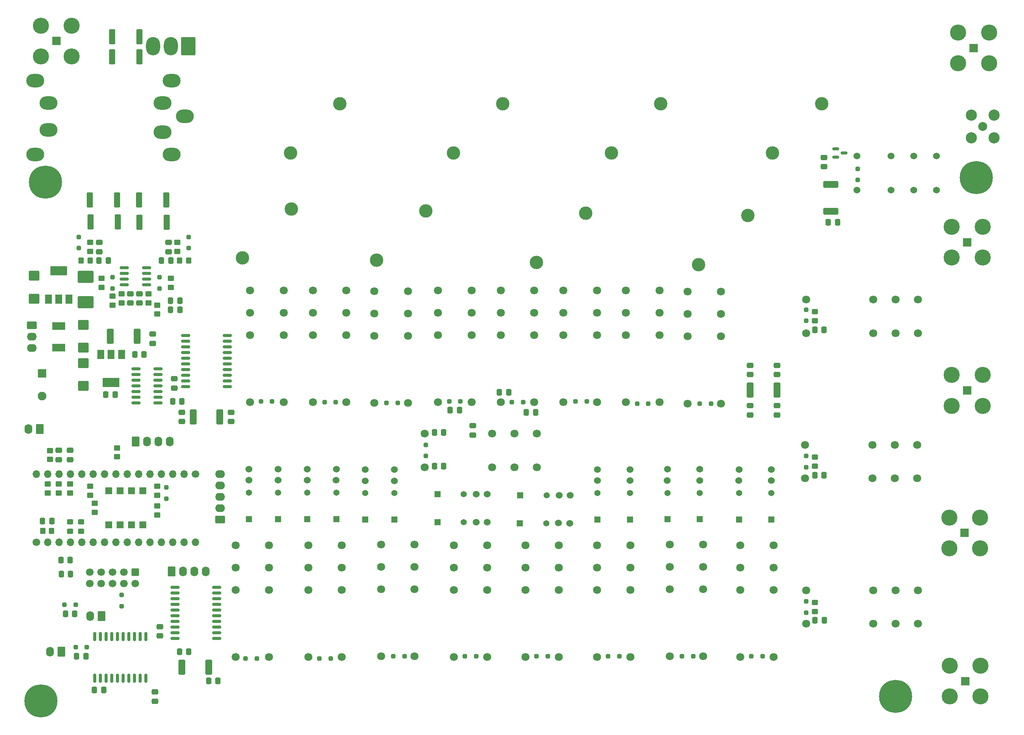
<source format=gbs>
G04 #@! TF.GenerationSoftware,KiCad,Pcbnew,7.0.1*
G04 #@! TF.CreationDate,2023-05-11T10:42:36+02:00*
G04 #@! TF.ProjectId,K_Aries,4b5f4172-6965-4732-9e6b-696361645f70,rev?*
G04 #@! TF.SameCoordinates,Original*
G04 #@! TF.FileFunction,Soldermask,Bot*
G04 #@! TF.FilePolarity,Negative*
%FSLAX46Y46*%
G04 Gerber Fmt 4.6, Leading zero omitted, Abs format (unit mm)*
G04 Created by KiCad (PCBNEW 7.0.1) date 2023-05-11 10:42:36*
%MOMM*%
%LPD*%
G01*
G04 APERTURE LIST*
G04 Aperture macros list*
%AMRoundRect*
0 Rectangle with rounded corners*
0 $1 Rounding radius*
0 $2 $3 $4 $5 $6 $7 $8 $9 X,Y pos of 4 corners*
0 Add a 4 corners polygon primitive as box body*
4,1,4,$2,$3,$4,$5,$6,$7,$8,$9,$2,$3,0*
0 Add four circle primitives for the rounded corners*
1,1,$1+$1,$2,$3*
1,1,$1+$1,$4,$5*
1,1,$1+$1,$6,$7*
1,1,$1+$1,$8,$9*
0 Add four rect primitives between the rounded corners*
20,1,$1+$1,$2,$3,$4,$5,0*
20,1,$1+$1,$4,$5,$6,$7,0*
20,1,$1+$1,$6,$7,$8,$9,0*
20,1,$1+$1,$8,$9,$2,$3,0*%
G04 Aperture macros list end*
%ADD10C,1.803400*%
%ADD11O,4.000000X3.000000*%
%ADD12R,1.371600X1.371600*%
%ADD13C,1.371600*%
%ADD14C,1.524000*%
%ADD15C,1.998980*%
%ADD16C,2.499360*%
%ADD17C,3.000000*%
%ADD18RoundRect,0.250000X0.620000X0.845000X-0.620000X0.845000X-0.620000X-0.845000X0.620000X-0.845000X0*%
%ADD19O,1.740000X2.190000*%
%ADD20R,1.950000X1.950000*%
%ADD21C,3.600000*%
%ADD22C,1.950000*%
%ADD23C,7.400000*%
%ADD24RoundRect,0.250000X1.330000X1.800000X-1.330000X1.800000X-1.330000X-1.800000X1.330000X-1.800000X0*%
%ADD25O,3.160000X4.100000*%
%ADD26RoundRect,0.250000X-0.845000X0.620000X-0.845000X-0.620000X0.845000X-0.620000X0.845000X0.620000X0*%
%ADD27O,2.190000X1.740000*%
%ADD28C,1.700000*%
%ADD29O,1.700000X1.700000*%
%ADD30RoundRect,0.250000X-0.620000X-0.845000X0.620000X-0.845000X0.620000X0.845000X-0.620000X0.845000X0*%
%ADD31RoundRect,0.250000X0.845000X-0.620000X0.845000X0.620000X-0.845000X0.620000X-0.845000X-0.620000X0*%
%ADD32RoundRect,0.250000X-0.600000X0.600000X-0.600000X-0.600000X0.600000X-0.600000X0.600000X0.600000X0*%
%ADD33RoundRect,0.250000X0.450000X-0.350000X0.450000X0.350000X-0.450000X0.350000X-0.450000X-0.350000X0*%
%ADD34RoundRect,0.250000X-0.250000X0.250000X-0.250000X-0.250000X0.250000X-0.250000X0.250000X0.250000X0*%
%ADD35RoundRect,0.250000X0.337500X0.475000X-0.337500X0.475000X-0.337500X-0.475000X0.337500X-0.475000X0*%
%ADD36RoundRect,0.249999X0.450001X1.425001X-0.450001X1.425001X-0.450001X-1.425001X0.450001X-1.425001X0*%
%ADD37RoundRect,0.250000X0.475000X-0.337500X0.475000X0.337500X-0.475000X0.337500X-0.475000X-0.337500X0*%
%ADD38RoundRect,0.250000X0.250000X-0.250000X0.250000X0.250000X-0.250000X0.250000X-0.250000X-0.250000X0*%
%ADD39RoundRect,0.250000X-0.450000X0.350000X-0.450000X-0.350000X0.450000X-0.350000X0.450000X0.350000X0*%
%ADD40RoundRect,0.250000X-0.337500X-0.475000X0.337500X-0.475000X0.337500X0.475000X-0.337500X0.475000X0*%
%ADD41RoundRect,0.250000X0.250000X0.250000X-0.250000X0.250000X-0.250000X-0.250000X0.250000X-0.250000X0*%
%ADD42RoundRect,0.150000X-0.875000X-0.150000X0.875000X-0.150000X0.875000X0.150000X-0.875000X0.150000X0*%
%ADD43RoundRect,0.150000X-0.825000X-0.150000X0.825000X-0.150000X0.825000X0.150000X-0.825000X0.150000X0*%
%ADD44R,2.950000X1.680000*%
%ADD45RoundRect,0.250000X-0.475000X0.337500X-0.475000X-0.337500X0.475000X-0.337500X0.475000X0.337500X0*%
%ADD46RoundRect,0.249999X-0.450001X-1.425001X0.450001X-1.425001X0.450001X1.425001X-0.450001X1.425001X0*%
%ADD47RoundRect,0.250000X0.450000X-0.325000X0.450000X0.325000X-0.450000X0.325000X-0.450000X-0.325000X0*%
%ADD48RoundRect,0.249999X-0.512501X-1.425001X0.512501X-1.425001X0.512501X1.425001X-0.512501X1.425001X0*%
%ADD49RoundRect,0.150000X0.150000X-0.875000X0.150000X0.875000X-0.150000X0.875000X-0.150000X-0.875000X0*%
%ADD50RoundRect,0.250000X0.350000X0.450000X-0.350000X0.450000X-0.350000X-0.450000X0.350000X-0.450000X0*%
%ADD51R,1.500000X2.000000*%
%ADD52R,3.800000X2.000000*%
%ADD53RoundRect,0.250000X0.925000X-0.875000X0.925000X0.875000X-0.925000X0.875000X-0.925000X-0.875000X0*%
%ADD54RoundRect,0.250000X-0.250000X-0.250000X0.250000X-0.250000X0.250000X0.250000X-0.250000X0.250000X0*%
%ADD55RoundRect,0.250000X-0.925000X0.875000X-0.925000X-0.875000X0.925000X-0.875000X0.925000X0.875000X0*%
%ADD56RoundRect,0.249999X1.425001X-0.512501X1.425001X0.512501X-1.425001X0.512501X-1.425001X-0.512501X0*%
%ADD57RoundRect,0.250000X1.500000X-1.112500X1.500000X1.112500X-1.500000X1.112500X-1.500000X-1.112500X0*%
%ADD58RoundRect,0.150000X-0.587500X-0.150000X0.587500X-0.150000X0.587500X0.150000X-0.587500X0.150000X0*%
%ADD59RoundRect,0.250000X-0.350000X-0.450000X0.350000X-0.450000X0.350000X0.450000X-0.350000X0.450000X0*%
%ADD60RoundRect,0.250000X-0.450000X0.325000X-0.450000X-0.325000X0.450000X-0.325000X0.450000X0.325000X0*%
%ADD61R,1.600000X1.600000*%
G04 APERTURE END LIST*
D10*
X225750000Y-201199996D03*
X225750000Y-186199996D03*
X225750000Y-181199995D03*
X225750000Y-176199995D03*
X218250000Y-176199995D03*
X218250000Y-181199995D03*
X218250000Y-186199996D03*
X218250000Y-201199996D03*
D11*
X111700000Y-83300000D03*
X137200000Y-77300000D03*
X142200000Y-80300000D03*
X108700000Y-88800000D03*
X139200000Y-88800000D03*
X111700000Y-77300000D03*
X137200000Y-83800000D03*
X108700000Y-72300000D03*
X139200000Y-72300000D03*
D12*
X273248400Y-170436750D03*
D13*
X273248400Y-164536750D03*
D14*
X273238400Y-161746750D03*
X273248400Y-159266750D03*
D12*
X176000000Y-170336750D03*
D13*
X176000000Y-164436750D03*
D14*
X175990000Y-161646750D03*
X176000000Y-159166750D03*
D15*
X320460000Y-82540000D03*
D16*
X323000000Y-85080000D03*
X323000000Y-80000000D03*
X317920000Y-85080000D03*
X317920000Y-80000000D03*
D10*
X161000000Y-201199996D03*
X161000000Y-186199996D03*
X161000000Y-181199995D03*
X161000000Y-176199995D03*
X153500000Y-176199995D03*
X153500000Y-181199995D03*
X153500000Y-186199996D03*
X153500000Y-201199996D03*
D17*
X257000000Y-113475000D03*
X268000000Y-102475000D03*
D18*
X114540000Y-200000000D03*
D19*
X112000000Y-200000000D03*
D10*
X193500000Y-201000000D03*
X193500000Y-186000000D03*
X193500000Y-180999999D03*
X193500000Y-175999999D03*
X186000000Y-175999999D03*
X186000000Y-180999999D03*
X186000000Y-186000000D03*
X186000000Y-201000000D03*
X258000000Y-201000001D03*
X258000000Y-186000001D03*
X258000000Y-181000000D03*
X258000000Y-176000000D03*
X250500000Y-176000000D03*
X250500000Y-181000000D03*
X250500000Y-186000001D03*
X250500000Y-201000001D03*
D12*
X198600000Y-164800000D03*
D13*
X204500000Y-164800000D03*
D14*
X207290000Y-164790000D03*
X209770000Y-164800000D03*
D12*
X156500000Y-170336750D03*
D13*
X156500000Y-164436750D03*
D14*
X156490000Y-161646750D03*
X156500000Y-159166750D03*
D20*
X316560000Y-206560000D03*
D21*
X313120000Y-203120000D03*
X313120000Y-210000000D03*
X320000000Y-203120000D03*
X320000000Y-210000000D03*
D17*
X165825000Y-88475000D03*
X176825000Y-77475000D03*
D10*
X281000000Y-193750000D03*
X296000000Y-193750000D03*
X301000001Y-193750000D03*
X306000001Y-193750000D03*
X306000001Y-186250000D03*
X301000001Y-186250000D03*
X296000000Y-186250000D03*
X281000000Y-186250000D03*
D20*
X113440000Y-63440000D03*
D21*
X110000000Y-60000000D03*
X110000000Y-66880000D03*
X116880000Y-60000000D03*
X116880000Y-66880000D03*
D10*
X280800004Y-161250000D03*
X295800004Y-161250000D03*
X300800005Y-161250000D03*
X305800005Y-161250000D03*
X305800005Y-153750000D03*
X300800005Y-153750000D03*
X295800004Y-153750000D03*
X280800004Y-153750000D03*
X273750000Y-201199996D03*
X273750000Y-186199996D03*
X273750000Y-181199995D03*
X273750000Y-176199995D03*
X266250000Y-176199995D03*
X266250000Y-181199995D03*
X266250000Y-186199996D03*
X266250000Y-201199996D03*
D12*
X163000000Y-170336750D03*
D13*
X163000000Y-164436750D03*
D14*
X162990000Y-161646750D03*
X163000000Y-159166750D03*
D12*
X169500000Y-170336750D03*
D13*
X169500000Y-164436750D03*
D14*
X169490000Y-161646750D03*
X169500000Y-159166750D03*
D18*
X109740000Y-150200000D03*
D19*
X107200000Y-150200000D03*
D12*
X217000000Y-171250000D03*
D13*
X222900000Y-171250000D03*
D14*
X225690000Y-171240000D03*
X228170000Y-171250000D03*
D20*
X110250000Y-137750000D03*
D22*
X110250000Y-142830000D03*
D12*
X182500000Y-170450000D03*
D13*
X182500000Y-164550000D03*
D14*
X182490000Y-161760000D03*
X182500000Y-159280000D03*
D20*
X317000000Y-141560000D03*
D21*
X313560000Y-138120000D03*
X313560000Y-145000000D03*
X320440000Y-138120000D03*
X320440000Y-145000000D03*
D12*
X257248400Y-170370000D03*
D13*
X257248400Y-164470000D03*
D14*
X257238400Y-161680000D03*
X257248400Y-159200000D03*
D17*
X273500000Y-88500000D03*
X284500000Y-77500000D03*
D23*
X111000000Y-95000000D03*
D24*
X142960000Y-64595000D03*
D25*
X139000000Y-64595000D03*
X135040000Y-64595000D03*
D26*
X108000000Y-127000000D03*
D27*
X108000000Y-129540000D03*
X108000000Y-132080000D03*
D12*
X198600000Y-171000000D03*
D13*
X204500000Y-171000000D03*
D14*
X207290000Y-170990000D03*
X209770000Y-171000000D03*
D12*
X189000000Y-170450000D03*
D13*
X189000000Y-164550000D03*
D14*
X188990000Y-161760000D03*
X189000000Y-159280000D03*
D20*
X316440000Y-173440000D03*
D21*
X313000000Y-170000000D03*
X313000000Y-176880000D03*
X319880000Y-170000000D03*
X319880000Y-176880000D03*
D20*
X317000000Y-108440000D03*
D21*
X313560000Y-105000000D03*
X313560000Y-111880000D03*
X320440000Y-105000000D03*
X320440000Y-111880000D03*
D10*
X195800004Y-158750000D03*
X210800004Y-158750000D03*
X215800005Y-158750000D03*
X220800005Y-158750000D03*
X220800005Y-151250000D03*
X215800005Y-151250000D03*
X210800004Y-151250000D03*
X195800004Y-151250000D03*
D17*
X155000000Y-111975000D03*
X166000000Y-100975000D03*
D12*
X250000000Y-170370000D03*
D13*
X250000000Y-164470000D03*
D14*
X249990000Y-161680000D03*
X250000000Y-159200000D03*
D10*
X241750000Y-201199996D03*
X241750000Y-186199996D03*
X241750000Y-181199995D03*
X241750000Y-176199995D03*
X234250000Y-176199995D03*
X234250000Y-181199995D03*
X234250000Y-186199996D03*
X234250000Y-201199996D03*
D12*
X234400000Y-170436750D03*
D13*
X234400000Y-164536750D03*
D14*
X234390000Y-161746750D03*
X234400000Y-159266750D03*
D10*
X192000000Y-144399992D03*
X192000000Y-129399992D03*
X192000000Y-124399991D03*
X192000000Y-119399991D03*
X184500000Y-119399991D03*
X184500000Y-124399991D03*
X184500000Y-129399992D03*
X184500000Y-144399992D03*
X209750000Y-201199996D03*
X209750000Y-186199996D03*
X209750000Y-181199995D03*
X209750000Y-176199995D03*
X202250000Y-176199995D03*
X202250000Y-181199995D03*
X202250000Y-186199996D03*
X202250000Y-201199996D03*
X206250000Y-144199996D03*
X206250000Y-129199996D03*
X206250000Y-124199995D03*
X206250000Y-119199995D03*
X198750000Y-119199995D03*
X198750000Y-124199995D03*
X198750000Y-129199996D03*
X198750000Y-144199996D03*
D12*
X266000000Y-170436750D03*
D13*
X266000000Y-164536750D03*
D14*
X265990000Y-161746750D03*
X266000000Y-159266750D03*
D23*
X319000000Y-94000000D03*
D20*
X318440000Y-65000000D03*
D21*
X315000000Y-61560000D03*
X315000000Y-68440000D03*
X321880000Y-61560000D03*
X321880000Y-68440000D03*
D23*
X110000000Y-211000000D03*
D10*
X248250000Y-144199996D03*
X248250000Y-129199996D03*
X248250000Y-124199995D03*
X248250000Y-119199995D03*
X240750000Y-119199995D03*
X240750000Y-124199995D03*
X240750000Y-129199996D03*
X240750000Y-144199996D03*
X280999999Y-128750000D03*
X295999999Y-128750000D03*
X301000000Y-128750000D03*
X306000000Y-128750000D03*
X306000000Y-121250000D03*
X301000000Y-121250000D03*
X295999999Y-121250000D03*
X280999999Y-121250000D03*
D14*
X292380000Y-96810000D03*
X300000000Y-96810000D03*
X305080000Y-96810000D03*
X310160000Y-96810000D03*
X310160000Y-89190000D03*
X305080000Y-89190000D03*
X300000000Y-89190000D03*
X292380000Y-89190000D03*
D23*
X301000000Y-210000000D03*
D10*
X234250000Y-144199996D03*
X234250000Y-129199996D03*
X234250000Y-124199995D03*
X234250000Y-119199995D03*
X226750000Y-119199995D03*
X226750000Y-124199995D03*
X226750000Y-129199996D03*
X226750000Y-144199996D03*
D28*
X144500000Y-160260000D03*
D29*
X141960000Y-160260000D03*
X139420000Y-160260000D03*
X136880000Y-160260000D03*
X134340000Y-160260000D03*
X131800000Y-160260000D03*
X129260000Y-160260000D03*
X126720000Y-160260000D03*
X124180000Y-160260000D03*
X121640000Y-160260000D03*
X119100000Y-160260000D03*
X116560000Y-160260000D03*
X114020000Y-160260000D03*
X111480000Y-160260000D03*
X108940000Y-160260000D03*
D28*
X108940000Y-175500000D03*
D29*
X111480000Y-175500000D03*
X114020000Y-175500000D03*
X116560000Y-175500000D03*
X119100000Y-175500000D03*
X121640000Y-175500000D03*
X124180000Y-175500000D03*
X126720000Y-175500000D03*
X129260000Y-175500000D03*
X131800000Y-175500000D03*
X134340000Y-175500000D03*
X136880000Y-175500000D03*
X139420000Y-175500000D03*
X141960000Y-175500000D03*
X144500000Y-175500000D03*
D10*
X164250000Y-144199996D03*
X164250000Y-129199996D03*
X164250000Y-124199995D03*
X164250000Y-119199995D03*
X156750000Y-119199995D03*
X156750000Y-124199995D03*
X156750000Y-129199996D03*
X156750000Y-144199996D03*
D30*
X131190000Y-153020000D03*
D19*
X133730000Y-153020000D03*
X136270000Y-153020000D03*
X138810000Y-153020000D03*
D31*
X150000000Y-170480000D03*
D27*
X150000000Y-167940000D03*
X150000000Y-165400000D03*
X150000000Y-162860000D03*
X150000000Y-160320000D03*
D17*
X220775000Y-112975000D03*
X231775000Y-101975000D03*
D10*
X177250000Y-201199996D03*
X177250000Y-186199996D03*
X177250000Y-181199995D03*
X177250000Y-176199995D03*
X169750000Y-176199995D03*
X169750000Y-181199995D03*
X169750000Y-186199996D03*
X169750000Y-201199996D03*
D17*
X185000000Y-112475000D03*
X196000000Y-101475000D03*
D10*
X178250000Y-144199996D03*
X178250000Y-129199996D03*
X178250000Y-124199995D03*
X178250000Y-119199995D03*
X170750000Y-119199995D03*
X170750000Y-124199995D03*
X170750000Y-129199996D03*
X170750000Y-144199996D03*
X262000000Y-144500000D03*
X262000000Y-129500000D03*
X262000000Y-124499999D03*
X262000000Y-119499999D03*
X254500000Y-119499999D03*
X254500000Y-124499999D03*
X254500000Y-129500000D03*
X254500000Y-144500000D03*
X220250000Y-144199996D03*
X220250000Y-129199996D03*
X220250000Y-124199995D03*
X220250000Y-119199995D03*
X212750000Y-119199995D03*
X212750000Y-124199995D03*
X212750000Y-129199996D03*
X212750000Y-144199996D03*
D18*
X123540000Y-192000000D03*
D19*
X121000000Y-192000000D03*
D30*
X139190000Y-182020000D03*
D19*
X141730000Y-182020000D03*
X144270000Y-182020000D03*
X146810000Y-182020000D03*
D17*
X237500000Y-88475000D03*
X248500000Y-77475000D03*
X202225000Y-88475000D03*
X213225000Y-77475000D03*
D12*
X241648400Y-170436750D03*
D13*
X241648400Y-164536750D03*
D14*
X241638400Y-161746750D03*
X241648400Y-159266750D03*
D32*
X131080000Y-182247500D03*
D28*
X131080000Y-184787500D03*
X128540000Y-182247500D03*
X128540000Y-184787500D03*
X126000000Y-182247500D03*
X126000000Y-184787500D03*
X123460000Y-182247500D03*
X123460000Y-184787500D03*
X120920000Y-182247500D03*
X120920000Y-184787500D03*
D12*
X217100000Y-165000000D03*
D13*
X223000000Y-165000000D03*
D14*
X225790000Y-164990000D03*
X228270000Y-165000000D03*
D33*
X123500000Y-118500000D03*
X123500000Y-116500000D03*
D34*
X136500000Y-116250000D03*
X136500000Y-118750000D03*
D35*
X116637500Y-182600000D03*
X114562500Y-182600000D03*
D36*
X132000000Y-62500000D03*
X125900000Y-62500000D03*
D37*
X132000000Y-122037500D03*
X132000000Y-119962500D03*
D38*
X281000000Y-191250000D03*
X281000000Y-188750000D03*
D35*
X220537500Y-146500000D03*
X218462500Y-146500000D03*
D39*
X128000000Y-120000000D03*
X128000000Y-122000000D03*
D40*
X139425000Y-144000000D03*
X141500000Y-144000000D03*
D41*
X271250000Y-201000000D03*
X268750000Y-201000000D03*
D42*
X140000000Y-197000000D03*
X140000000Y-195730000D03*
X140000000Y-194460000D03*
X140000000Y-193190000D03*
X140000000Y-191920000D03*
X140000000Y-190650000D03*
X140000000Y-189380000D03*
X140000000Y-188110000D03*
X140000000Y-186840000D03*
X140000000Y-185570000D03*
X149300000Y-185570000D03*
X149300000Y-186840000D03*
X149300000Y-188110000D03*
X149300000Y-189380000D03*
X149300000Y-190650000D03*
X149300000Y-191920000D03*
X149300000Y-193190000D03*
X149300000Y-194460000D03*
X149300000Y-195730000D03*
X149300000Y-197000000D03*
D43*
X131225000Y-144360000D03*
X131225000Y-143090000D03*
X131225000Y-141820000D03*
X131225000Y-140550000D03*
X131225000Y-139280000D03*
X131225000Y-138010000D03*
X131225000Y-136740000D03*
X136175000Y-136740000D03*
X136175000Y-138010000D03*
X136175000Y-139280000D03*
X136175000Y-140550000D03*
X136175000Y-141820000D03*
X136175000Y-143090000D03*
X136175000Y-144360000D03*
D44*
X114000000Y-131990000D03*
X114000000Y-127210000D03*
D39*
X122000000Y-166800000D03*
X122000000Y-168800000D03*
D34*
X128000000Y-187300000D03*
X128000000Y-189800000D03*
D41*
X175900000Y-144200000D03*
X173400000Y-144200000D03*
D33*
X136000000Y-165000000D03*
X136000000Y-163000000D03*
X111500000Y-164500000D03*
X111500000Y-162500000D03*
D42*
X142350000Y-140715000D03*
X142350000Y-139445000D03*
X142350000Y-138175000D03*
X142350000Y-136905000D03*
X142350000Y-135635000D03*
X142350000Y-134365000D03*
X142350000Y-133095000D03*
X142350000Y-131825000D03*
X142350000Y-130555000D03*
X142350000Y-129285000D03*
X151650000Y-129285000D03*
X151650000Y-130555000D03*
X151650000Y-131825000D03*
X151650000Y-133095000D03*
X151650000Y-134365000D03*
X151650000Y-135635000D03*
X151650000Y-136905000D03*
X151650000Y-138175000D03*
X151650000Y-139445000D03*
X151650000Y-140715000D03*
D39*
X136000000Y-122500000D03*
X136000000Y-124500000D03*
D40*
X122962500Y-112500000D03*
X125037500Y-112500000D03*
D45*
X268500000Y-144962500D03*
X268500000Y-147037500D03*
D46*
X132000000Y-104000000D03*
X138100000Y-104000000D03*
D47*
X283000000Y-191025000D03*
X283000000Y-188975000D03*
D41*
X245750000Y-144500000D03*
X243250000Y-144500000D03*
D46*
X131950000Y-99000000D03*
X138050000Y-99000000D03*
D48*
X268512500Y-141500000D03*
X274487500Y-141500000D03*
D49*
X133465000Y-205900000D03*
X132195000Y-205900000D03*
X130925000Y-205900000D03*
X129655000Y-205900000D03*
X128385000Y-205900000D03*
X127115000Y-205900000D03*
X125845000Y-205900000D03*
X124575000Y-205900000D03*
X123305000Y-205900000D03*
X122035000Y-205900000D03*
X122035000Y-196600000D03*
X123305000Y-196600000D03*
X124575000Y-196600000D03*
X125845000Y-196600000D03*
X127115000Y-196600000D03*
X128385000Y-196600000D03*
X129655000Y-196600000D03*
X130925000Y-196600000D03*
X132195000Y-196600000D03*
X133465000Y-196600000D03*
D48*
X144012500Y-147500000D03*
X149987500Y-147500000D03*
D41*
X239250000Y-201000000D03*
X236750000Y-201000000D03*
D39*
X127000000Y-154400000D03*
X127000000Y-156400000D03*
D43*
X128650000Y-117960000D03*
X128650000Y-116690000D03*
X128650000Y-115420000D03*
X128650000Y-114150000D03*
X133600000Y-114150000D03*
X133600000Y-115420000D03*
X133600000Y-116690000D03*
X133600000Y-117960000D03*
D38*
X196000000Y-156250000D03*
X196000000Y-153750000D03*
D41*
X191250000Y-201000000D03*
X188750000Y-201000000D03*
D45*
X116500000Y-154962500D03*
X116500000Y-157037500D03*
D41*
X161650000Y-144000000D03*
X159150000Y-144000000D03*
D50*
X143000000Y-112500000D03*
X141000000Y-112500000D03*
D33*
X140500000Y-110500000D03*
X140500000Y-108500000D03*
D45*
X152500000Y-146462500D03*
X152500000Y-148537500D03*
D41*
X158250000Y-201500000D03*
X155750000Y-201500000D03*
D38*
X281000000Y-126000000D03*
X281000000Y-123500000D03*
D45*
X141500000Y-146462500D03*
X141500000Y-148537500D03*
D40*
X197962500Y-151000000D03*
X200037500Y-151000000D03*
D38*
X143000000Y-109750000D03*
X143000000Y-107250000D03*
D37*
X130000000Y-122037500D03*
X130000000Y-119962500D03*
D40*
X212462500Y-142000000D03*
X214537500Y-142000000D03*
D41*
X255750000Y-201000000D03*
X253250000Y-201000000D03*
D38*
X138000000Y-165750000D03*
X138000000Y-163250000D03*
D40*
X201462500Y-146000000D03*
X203537500Y-146000000D03*
D33*
X121000000Y-165000000D03*
X121000000Y-163000000D03*
D40*
X197962500Y-158500000D03*
X200037500Y-158500000D03*
D51*
X123400000Y-133500000D03*
X125700000Y-133500000D03*
D52*
X125700000Y-139800000D03*
D51*
X128000000Y-133500000D03*
D41*
X223250000Y-201000000D03*
X220750000Y-201000000D03*
D36*
X132050000Y-67000000D03*
X125950000Y-67000000D03*
D34*
X126000000Y-116250000D03*
X126000000Y-118750000D03*
D45*
X136600000Y-194362500D03*
X136600000Y-196437500D03*
D40*
X147462500Y-206500000D03*
X149537500Y-206500000D03*
D37*
X123000000Y-110537500D03*
X123000000Y-108462500D03*
D53*
X108500000Y-121050000D03*
X108500000Y-115950000D03*
D40*
X282962500Y-160500000D03*
X285037500Y-160500000D03*
D54*
X117750000Y-199000000D03*
X120250000Y-199000000D03*
D45*
X114000000Y-154962500D03*
X114000000Y-157037500D03*
D55*
X119500000Y-135450000D03*
X119500000Y-140550000D03*
D45*
X135500000Y-208962500D03*
X135500000Y-211037500D03*
D37*
X135000000Y-131037500D03*
X135000000Y-128962500D03*
D41*
X259750000Y-144500000D03*
X257250000Y-144500000D03*
D38*
X292500000Y-94500000D03*
X292500000Y-92000000D03*
D35*
X139000000Y-112500000D03*
X136925000Y-112500000D03*
D51*
X116300000Y-121150000D03*
X114000000Y-121150000D03*
D52*
X114000000Y-114850000D03*
D51*
X111700000Y-121150000D03*
D56*
X286500000Y-101487500D03*
X286500000Y-95512500D03*
D47*
X283000000Y-158525000D03*
X283000000Y-156475000D03*
D38*
X118500000Y-109750000D03*
X118500000Y-107250000D03*
D46*
X120950000Y-99000000D03*
X127050000Y-99000000D03*
D33*
X114000000Y-164500000D03*
X114000000Y-162500000D03*
D41*
X189750000Y-144400000D03*
X187250000Y-144400000D03*
D35*
X124037500Y-208500000D03*
X121962500Y-208500000D03*
D33*
X126000000Y-122500000D03*
X126000000Y-120500000D03*
D41*
X203750000Y-144000000D03*
X201250000Y-144000000D03*
D57*
X120000000Y-121862500D03*
X120000000Y-116137500D03*
D35*
X112437500Y-170800000D03*
X110362500Y-170800000D03*
D58*
X287625000Y-89450000D03*
X287625000Y-87550000D03*
X289500000Y-88500000D03*
D59*
X119000000Y-112500000D03*
X121000000Y-112500000D03*
D40*
X130962500Y-133500000D03*
X133037500Y-133500000D03*
X285962500Y-104000000D03*
X288037500Y-104000000D03*
D37*
X274500000Y-138037500D03*
X274500000Y-135962500D03*
D50*
X112400000Y-173000000D03*
X110400000Y-173000000D03*
D45*
X274500000Y-144962500D03*
X274500000Y-147037500D03*
D38*
X281000000Y-158750000D03*
X281000000Y-156250000D03*
D35*
X120037500Y-201000000D03*
X117962500Y-201000000D03*
D37*
X138500000Y-110537500D03*
X138500000Y-108462500D03*
D41*
X174750000Y-201500000D03*
X172250000Y-201500000D03*
D39*
X112000000Y-155000000D03*
X112000000Y-157000000D03*
D35*
X141037500Y-121500000D03*
X138962500Y-121500000D03*
D60*
X119000000Y-170975000D03*
X119000000Y-173025000D03*
D45*
X139800000Y-138962500D03*
X139800000Y-141037500D03*
D47*
X283000000Y-126025000D03*
X283000000Y-123975000D03*
D53*
X119500000Y-132000000D03*
X119500000Y-126900000D03*
D40*
X140962500Y-200000000D03*
X143037500Y-200000000D03*
D35*
X116537500Y-179500000D03*
X114462500Y-179500000D03*
D41*
X232000000Y-144000000D03*
X229500000Y-144000000D03*
X217750000Y-144185000D03*
X215250000Y-144185000D03*
D48*
X125512500Y-129500000D03*
X131487500Y-129500000D03*
D33*
X121000000Y-110500000D03*
X121000000Y-108500000D03*
D40*
X282962500Y-128000000D03*
X285037500Y-128000000D03*
D35*
X141037500Y-123500000D03*
X138962500Y-123500000D03*
D41*
X117750000Y-189500000D03*
X115250000Y-189500000D03*
D61*
X125190000Y-163990000D03*
X127730000Y-163990000D03*
X130270000Y-163990000D03*
X132810000Y-163990000D03*
X132810000Y-171610000D03*
X130270000Y-171610000D03*
X127730000Y-171610000D03*
X125190000Y-171610000D03*
D48*
X141512500Y-203500000D03*
X147487500Y-203500000D03*
D37*
X268500000Y-138037500D03*
X268500000Y-135962500D03*
D35*
X126575000Y-142500000D03*
X124500000Y-142500000D03*
D33*
X136000000Y-169400000D03*
X136000000Y-167400000D03*
D40*
X283000000Y-193000000D03*
X285075000Y-193000000D03*
D41*
X207250000Y-201000000D03*
X204750000Y-201000000D03*
D45*
X206500000Y-149462500D03*
X206500000Y-151537500D03*
D40*
X115462500Y-191500000D03*
X117537500Y-191500000D03*
D37*
X285000000Y-91537500D03*
X285000000Y-89462500D03*
D33*
X139000000Y-118500000D03*
X139000000Y-116500000D03*
D46*
X121050000Y-103900000D03*
X127150000Y-103900000D03*
D60*
X116500000Y-170975000D03*
X116500000Y-173025000D03*
D39*
X134000000Y-120000000D03*
X134000000Y-122000000D03*
D33*
X116500000Y-164500000D03*
X116500000Y-162500000D03*
M02*

</source>
